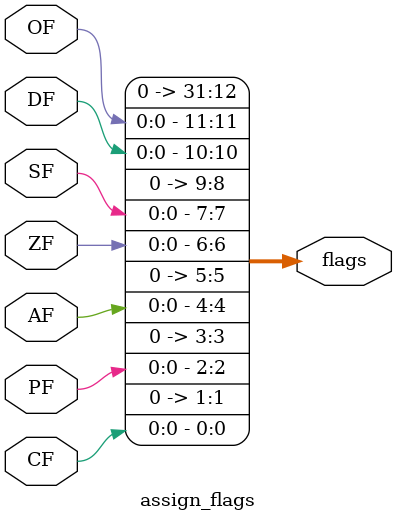
<source format=v>


//Flags is a 32 bit register. Here each flag's location within the register:
/*
assign flags[11] = OF; 
assign flags[10] = DF; 

assign flags[7] = SF; 
assign flags[6] = ZF; 

assign flags[4] = AF; 
assign flags[2] = PF; 
assign flags[0] = CF; 
*/

//-------------------------------------------------------------------------------------
//
// 					 				C_Logic
//
//-------------------------------------------------------------------------------------
// Functionality: Sign Flag
// 
// Notes: Use a different one for DAA
// 
// Combinational Delay: 
//
module CF_logic (
	output CF,    
	input [31:0] carry,
	input [1:0] datasize
	);
	//select based on datasize
	mux3$ u_select_sf_n(CF, carry[7], carry[15], carry[31], datasize[0], datasize[1]);

endmodule

//-------------------------------------------------------------------------------------
//
// 					 				OF_Logic
//
//-------------------------------------------------------------------------------------
// Functionality: Overflow Flag
//
// Combinational Delay: 
//
module OF_logic (
	output OF,
	input [31:0] adder_result, // Clock Enable
	input [31:0] a,
	input [31:0] b,
	input [1:0] datasize
	);

	wire a_high_bit, b_high_bit, adder_result_high_bit; 
	wire xor_result_a, xnor_a_b; 

	mux3$ u_select_high_bit(a_high_bit, a[7], a[15], a[31], datasize[0], datasize[1]);
	mux3$ u_select_low_bit(b_high_bit, b[7], b[15], b[31], datasize[0], datasize[1]);
	mux3$ u_select_adder_result(adder_result_high_bit, adder_result[7], adder_result[15], adder_result[31], datasize[0], datasize[1]);

	xor2$ u_xor_of(xor_result_a, adder_result_high_bit, a_high_bit);
	xnor2$ u_xnor_of(xnor_a_b, a_high_bit, b_high_bit);
	and2$ u_xand_of (OF, xor_result_a, xnor_a_b); 	

endmodule

//-------------------------------------------------------------------------------------
//
// 					 				PF_Logic
//
//-------------------------------------------------------------------------------------
// Functionality: Parity Flag
//
// Combinational Delay: 
//
module PF_logic (
	output PF,    // Clock
	input [7:0] adder_result // Clock Enable
	);

	//PF
	wire PF_7_6, PF_5_4, PF_3_2, PF_1_0;
	wire PF_7_4, PF_3_0;

	xnor2$ u_xor2_pf_7_6 (PF_7_6, adder_result[7], adder_result[6]);
	xnor2$ u_xor2_pf_5_4 (PF_5_4, adder_result[5], adder_result[4]);
	xnor2$ u_xor2_pf_3_2 (PF_3_2, adder_result[3], adder_result[2]);
	xnor2$ u_xor2_pf_1_0 (PF_1_0, adder_result[1], adder_result[0]);

	xnor2$ u_xor2_pf_7_4 (PF_7_4, PF_7_6, PF_5_4);
	xnor2$ u_xor2_pf_3_0 (PF_3_0, PF_3_2, PF_1_0);

	xnor2$ u_xor2_pf_7_0 (PF, PF_7_4, PF_3_0);	

endmodule

//-------------------------------------------------------------------------------------
//
// 					 				SF_Logic
//
//-------------------------------------------------------------------------------------
// Functionality: Sign Flag
// 
// Notes: Use a different one for DAA
// 
// Combinational Delay: 
//
module SF_logic (
	output SF,    
	input [31:0] adder_result,
	input [1:0] datasize
	);
	//select based on datasize
	mux3$ u_select_sf_n(SF, adder_result[7], adder_result[15], adder_result[31], datasize[0], datasize[1]);

endmodule

//-------------------------------------------------------------------------------------
//
// 					 				ZF_Logic
//
//-------------------------------------------------------------------------------------
// Functionality: Zero Flag
// 
// Notes: Use a different one for DAA
// 
// Combinational Delay: 
//
module ZF_logic (
	output ZF,    
	input [31:0] adder_result,
	input [1:0] datasize
	);

	//ZF
	wire ZF_31_28_n, ZF_27_24_n, ZF_23_20_n, ZF_19_16_n, ZF_15_12_n, ZF_11_8_n, ZF_7_4_n, ZF_3_0_n;
	wire ZF_31_16_n, ZF_15_0_n; 
	wire ZF_31_0_n;
    wire ZF_n;
    //speical case for datasize = 8 bit
    wire ZF_7_0_n;
	//layer 1
	or4$ u_or_zf_31_28(ZF_31_28_n, adder_result[31], adder_result[30], adder_result[29], adder_result[28]);
	or4$ u_or_zf_27_24(ZF_27_24_n, adder_result[27], adder_result[26], adder_result[25], adder_result[24]);
	or4$ u_or_zf_23_20(ZF_23_20_n, adder_result[23], adder_result[22], adder_result[21], adder_result[20]);
	or4$ u_or_zf_19_16(ZF_19_16_n, adder_result[19], adder_result[18], adder_result[17], adder_result[16]);
	
	or4$ u_or_zf_15_12(ZF_15_12_n, adder_result[15], adder_result[14], adder_result[13], adder_result[12]);
	or4$ u_or_zf_11_8(ZF_11_8_n, adder_result[11], adder_result[10], adder_result[9], adder_result[8]);
	or4$ u_or_zf_7_4(ZF_7_4_n, adder_result[7], adder_result[6], adder_result[5], adder_result[4]);
	or4$ u_or_zf_3_0(ZF_3_0_n, adder_result[3], adder_result[2], adder_result[1], adder_result[0]);
	//layer 2
	or4$ u_or_zf_31_16(ZF_31_16_n, ZF_31_28_n, ZF_27_24_n, ZF_23_20_n, ZF_19_16_n);
	or4$ u_or_zf_15_0(ZF_15_0_n, ZF_15_12_n, ZF_11_8_n, ZF_7_4_n, ZF_3_0_n);
	//layer 3
	or2$ u_or_zf_31_0(ZF_31_0_n, ZF_31_16_n, ZF_15_0_n);

	//special case for datasize = 8 bit
	or2$ u_or_zf_7_0(ZF_7_0_n, ZF_3_0_n, ZF_7_4_n);
	//select based on datasize
	mux3$ u_select_zf_n(ZF_n, ZF_7_0_n, ZF_15_0_n, ZF_31_0_n, datasize[0], datasize[1]);
	//1 if all zeros
    inv1$ final_invert(ZF, ZF_n);

endmodule

//-------------------------------------------------------------------------------------
//
// 					 			ZF_Logic for DAA
//
//-------------------------------------------------------------------------------------
// Functionality: Zero Flag for DAA instruction
// 
// Notes: Use a different one for DAA
// 
// Combinational Delay: 
//
module ZF_logic_daa (
	output ZF,    
	input [7:0] adder_result
	);

	wire ZF_n; 
	//ZF
	wire ZF_7_4, ZF_3_0; 

	or4$ u_or_zf_7_4(ZF_7_4, adder_result[7], adder_result[6], adder_result[5], adder_result[4]);
	or4$ u_or_zf_3_0(ZF_3_0, adder_result[3], adder_result[2], adder_result[1], adder_result[0]);

	or2$ u_or_zf_31_0(ZF_n, ZF_7_4, ZF_3_0);

	inv1$ u_final_ZF(ZF, ZF_n);

endmodule


//-------------------------------------------------------------------------------------
//
// 					 		Assign 1 bit Flags to 32 Bit Register
//
//-------------------------------------------------------------------------------------
// Functionality: Assigns individual flag bits to 32 bit flag register
// 
// Combinational Delay: 
//
module assign_flags (
	output [31:0] flags,
	input OF,
	input DF,
	input SF,
	input ZF,
	input AF,
	input PF,
	input CF
	);

	//assign to flag output
	assign flags[31:12] = 20'h00000;

	assign flags[11] = OF; 
	assign flags[10] = DF; 

	assign flags[9:8] = 2'b00;

	assign flags[7] = SF; 
	assign flags[6] = ZF; 

	assign flags[5] = 1'b0; 
	assign flags[4] = AF; 
	assign flags[3] = 1'b0; 
	assign flags[2] = PF; 
	assign flags[1] = 1'b0; 
	assign flags[0] = CF; 

endmodule

</source>
